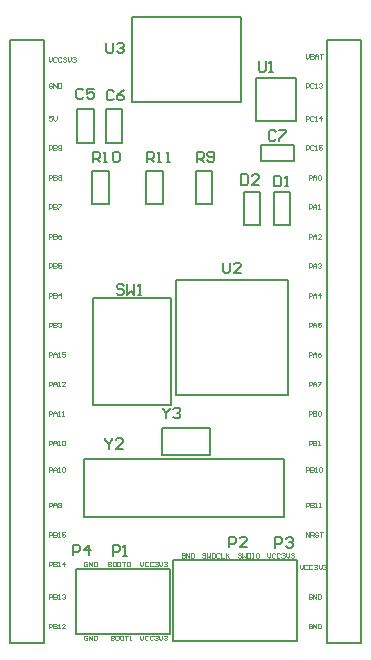
<source format=gto>
G04 Layer_Color=65535*
%FSLAX44Y44*%
%MOMM*%
G71*
G01*
G75*
%ADD25C,0.2000*%
%ADD26C,0.1600*%
%ADD27C,0.0800*%
D25*
X392540Y877120D02*
X562040D01*
Y926120D01*
X393790D02*
X562040D01*
X392540D02*
X393790D01*
X392540Y877120D02*
Y926120D01*
X432660Y1227970D02*
X525160D01*
X432660D02*
Y1300220D01*
X525160D01*
Y1227970D02*
Y1300220D01*
X469970Y1077650D02*
X565220D01*
X469970Y980150D02*
Y1077650D01*
Y980150D02*
X565220D01*
Y1077650D01*
X572260Y1211880D02*
Y1248130D01*
X538260D02*
X572260D01*
X538260Y1211880D02*
X572260D01*
X538260D02*
Y1248130D01*
X400230Y1061930D02*
X465980D01*
X400230Y971930D02*
Y1061930D01*
Y971930D02*
X465730D01*
X465980Y972180D01*
Y1061930D01*
X329720Y1281090D02*
X358470D01*
X329720Y770090D02*
X358470D01*
Y1281090D01*
X329720Y770090D02*
Y1281090D01*
X598400D02*
X627150D01*
X598400Y770090D02*
X627150D01*
Y1281090D01*
X598400Y770090D02*
Y1281090D01*
X572970Y771970D02*
Y840220D01*
X467470D02*
X572970D01*
X467470Y771970D02*
X572970D01*
X467470D02*
Y840220D01*
X464950Y777680D02*
Y832430D01*
X385700Y777680D02*
X464950D01*
X385700D02*
Y832430D01*
X464950D01*
X458292Y952572D02*
X499291D01*
Y929571D02*
Y952572D01*
X458292Y929571D02*
X499291D01*
X458292D02*
Y952572D01*
X399400Y1141700D02*
X413400D01*
X399400Y1169700D02*
X413400D01*
X399400Y1141700D02*
Y1169700D01*
X413400Y1141700D02*
Y1169700D01*
X445120Y1141700D02*
X459120D01*
X445120Y1169700D02*
X459120D01*
X445120Y1141700D02*
Y1169700D01*
X459120Y1141700D02*
Y1169700D01*
X487030Y1141700D02*
X501030D01*
X487030Y1169700D02*
X501030D01*
X487030Y1141700D02*
Y1169700D01*
X501030Y1141700D02*
Y1169700D01*
X410790Y1193930D02*
X424790D01*
X410790Y1221930D02*
X424790D01*
X410790Y1193930D02*
Y1221930D01*
X424790Y1193930D02*
Y1221930D01*
X541670Y1123920D02*
Y1151920D01*
X527670Y1123920D02*
Y1151920D01*
X541670D01*
X527670Y1123920D02*
X541670D01*
X386580Y1193930D02*
X400580D01*
X386580Y1221930D02*
X400580D01*
X386580Y1193930D02*
Y1221930D01*
X400580Y1193930D02*
Y1221930D01*
X542220Y1177990D02*
Y1191991D01*
X570220Y1177990D02*
Y1191991D01*
X542220D02*
X570220D01*
X542220Y1177990D02*
X570220D01*
X553070Y1123920D02*
X567070D01*
X553070Y1151920D02*
X567070D01*
X553070Y1123920D02*
Y1151920D01*
X567070Y1123920D02*
Y1151920D01*
D26*
X510020Y1092253D02*
Y1084755D01*
X511520Y1083256D01*
X514519D01*
X516018Y1084755D01*
Y1092253D01*
X525015Y1083256D02*
X519017D01*
X525015Y1089254D01*
Y1090754D01*
X523516Y1092253D01*
X520517D01*
X519017Y1090754D01*
X425994Y1072732D02*
X424495Y1074231D01*
X421496D01*
X419996Y1072732D01*
Y1071232D01*
X421496Y1069733D01*
X424495D01*
X425994Y1068233D01*
Y1066733D01*
X424495Y1065234D01*
X421496D01*
X419996Y1066733D01*
X428993Y1074231D02*
Y1065234D01*
X431992Y1068233D01*
X434991Y1065234D01*
Y1074231D01*
X437990Y1065234D02*
X440989D01*
X439490D01*
Y1074231D01*
X437990Y1072732D01*
X391744Y1238034D02*
X390244Y1239533D01*
X387245D01*
X385746Y1238034D01*
Y1232036D01*
X387245Y1230536D01*
X390244D01*
X391744Y1232036D01*
X400741Y1239533D02*
X394743D01*
Y1235034D01*
X397742Y1236534D01*
X399242D01*
X400741Y1235034D01*
Y1232036D01*
X399242Y1230536D01*
X396243D01*
X394743Y1232036D01*
X417438Y1237018D02*
X415938Y1238517D01*
X412939D01*
X411440Y1237018D01*
Y1231020D01*
X412939Y1229520D01*
X415938D01*
X417438Y1231020D01*
X426435Y1238517D02*
X423436Y1237018D01*
X420437Y1234018D01*
Y1231020D01*
X421937Y1229520D01*
X424936D01*
X426435Y1231020D01*
Y1232519D01*
X424936Y1234018D01*
X420437D01*
X554645Y1203109D02*
X553145Y1204608D01*
X550146D01*
X548647Y1203109D01*
Y1197111D01*
X550146Y1195611D01*
X553145D01*
X554645Y1197111D01*
X557644Y1204608D02*
X563642D01*
Y1203109D01*
X557644Y1197111D01*
Y1195611D01*
X553464Y1165763D02*
Y1156766D01*
X557963D01*
X559462Y1158266D01*
Y1164264D01*
X557963Y1165763D01*
X553464D01*
X562461Y1156766D02*
X565460D01*
X563961D01*
Y1165763D01*
X562461Y1164264D01*
X525446Y1167023D02*
Y1158026D01*
X529945D01*
X531444Y1159526D01*
Y1165524D01*
X529945Y1167023D01*
X525446D01*
X540441Y1158026D02*
X534443D01*
X540441Y1164024D01*
Y1165524D01*
X538942Y1167023D01*
X535943D01*
X534443Y1165524D01*
X416482Y844162D02*
Y853159D01*
X420980D01*
X422480Y851660D01*
Y848661D01*
X420980Y847161D01*
X416482D01*
X425479Y844162D02*
X428478D01*
X426978D01*
Y853159D01*
X425479Y851660D01*
X515154Y851328D02*
Y860325D01*
X519652D01*
X521152Y858826D01*
Y855826D01*
X519652Y854327D01*
X515154D01*
X530149Y851328D02*
X524151D01*
X530149Y857326D01*
Y858826D01*
X528650Y860325D01*
X525651D01*
X524151Y858826D01*
X383073Y844431D02*
Y853428D01*
X387571D01*
X389071Y851929D01*
Y848930D01*
X387571Y847430D01*
X383073D01*
X396569Y844431D02*
Y853428D01*
X392070Y848930D01*
X398068D01*
X554200Y850788D02*
Y859785D01*
X558699D01*
X560198Y858286D01*
Y855287D01*
X558699Y853787D01*
X554200D01*
X563197Y858286D02*
X564697Y859785D01*
X567696D01*
X569195Y858286D01*
Y856786D01*
X567696Y855287D01*
X566196D01*
X567696D01*
X569195Y853787D01*
Y852288D01*
X567696Y850788D01*
X564697D01*
X563197Y852288D01*
X487680Y1177290D02*
Y1186287D01*
X492178D01*
X493678Y1184788D01*
Y1181788D01*
X492178Y1180289D01*
X487680D01*
X490679D02*
X493678Y1177290D01*
X496677Y1178790D02*
X498177Y1177290D01*
X501176D01*
X502675Y1178790D01*
Y1184788D01*
X501176Y1186287D01*
X498177D01*
X496677Y1184788D01*
Y1183288D01*
X498177Y1181788D01*
X502675D01*
X400050Y1177290D02*
Y1186287D01*
X404548D01*
X406048Y1184788D01*
Y1181788D01*
X404548Y1180289D01*
X400050D01*
X403049D02*
X406048Y1177290D01*
X409047D02*
X412046D01*
X410547D01*
Y1186287D01*
X409047Y1184788D01*
X416545D02*
X418044Y1186287D01*
X421043D01*
X422543Y1184788D01*
Y1178790D01*
X421043Y1177290D01*
X418044D01*
X416545Y1178790D01*
Y1184788D01*
X445770Y1177290D02*
Y1186287D01*
X450269D01*
X451768Y1184788D01*
Y1181788D01*
X450269Y1180289D01*
X445770D01*
X448769D02*
X451768Y1177290D01*
X454767D02*
X457766D01*
X456267D01*
Y1186287D01*
X454767Y1184788D01*
X462265Y1177290D02*
X465264D01*
X463764D01*
Y1186287D01*
X462265Y1184788D01*
X540129Y1262758D02*
Y1255260D01*
X541628Y1253761D01*
X544627D01*
X546127Y1255260D01*
Y1262758D01*
X549126Y1253761D02*
X552125D01*
X550626D01*
Y1262758D01*
X549126Y1261258D01*
X411238Y1278581D02*
Y1271084D01*
X412738Y1269584D01*
X415737D01*
X417236Y1271084D01*
Y1278581D01*
X420235Y1277082D02*
X421735Y1278581D01*
X424734D01*
X426233Y1277082D01*
Y1275582D01*
X424734Y1274082D01*
X423234D01*
X424734D01*
X426233Y1272583D01*
Y1271084D01*
X424734Y1269584D01*
X421735D01*
X420235Y1271084D01*
X410184Y943517D02*
Y942018D01*
X413183Y939018D01*
X416182Y942018D01*
Y943517D01*
X413183Y939018D02*
Y934520D01*
X425179D02*
X419181D01*
X425179Y940518D01*
Y942018D01*
X423680Y943517D01*
X420681D01*
X419181Y942018D01*
X458978Y969371D02*
Y967872D01*
X461977Y964873D01*
X464976Y967872D01*
Y969371D01*
X461977Y964873D02*
Y960374D01*
X467975Y967872D02*
X469475Y969371D01*
X472474D01*
X473973Y967872D01*
Y966372D01*
X472474Y964873D01*
X470974D01*
X472474D01*
X473973Y963373D01*
Y961873D01*
X472474Y960374D01*
X469475D01*
X467975Y961873D01*
D27*
X580000Y1268999D02*
Y1266333D01*
X581333Y1265000D01*
X582666Y1266333D01*
Y1268999D01*
X583999D02*
Y1265000D01*
X585998D01*
X586665Y1265667D01*
Y1266333D01*
X585998Y1266999D01*
X583999D01*
X585998D01*
X586665Y1267666D01*
Y1268332D01*
X585998Y1268999D01*
X583999D01*
X587997Y1265000D02*
Y1267666D01*
X589330Y1268999D01*
X590663Y1267666D01*
Y1265000D01*
Y1266999D01*
X587997D01*
X591996Y1268999D02*
X594662D01*
X593329D01*
Y1265000D01*
X580000Y1240000D02*
Y1243999D01*
X581999D01*
X582666Y1243332D01*
Y1241999D01*
X581999Y1241333D01*
X580000D01*
X586664Y1243332D02*
X585998Y1243999D01*
X584665D01*
X583999Y1243332D01*
Y1240667D01*
X584665Y1240000D01*
X585998D01*
X586664Y1240667D01*
X587997Y1240000D02*
X589330D01*
X588664D01*
Y1243999D01*
X587997Y1243332D01*
X591330D02*
X591996Y1243999D01*
X593329D01*
X593995Y1243332D01*
Y1242666D01*
X593329Y1241999D01*
X592663D01*
X593329D01*
X593995Y1241333D01*
Y1240667D01*
X593329Y1240000D01*
X591996D01*
X591330Y1240667D01*
X580000Y1212500D02*
Y1216499D01*
X581999D01*
X582666Y1215832D01*
Y1214499D01*
X581999Y1213833D01*
X580000D01*
X586665Y1215832D02*
X585998Y1216499D01*
X584665D01*
X583999Y1215832D01*
Y1213167D01*
X584665Y1212500D01*
X585998D01*
X586665Y1213167D01*
X587997Y1212500D02*
X589330D01*
X588664D01*
Y1216499D01*
X587997Y1215832D01*
X593329Y1212500D02*
Y1216499D01*
X591330Y1214499D01*
X593995D01*
X580000Y1187500D02*
Y1191499D01*
X581999D01*
X582666Y1190832D01*
Y1189499D01*
X581999Y1188833D01*
X580000D01*
X586664Y1190832D02*
X585998Y1191499D01*
X584665D01*
X583999Y1190832D01*
Y1188167D01*
X584665Y1187500D01*
X585998D01*
X586664Y1188167D01*
X587997Y1187500D02*
X589330D01*
X588664D01*
Y1191499D01*
X587997Y1190832D01*
X593995Y1191499D02*
X591330D01*
Y1189499D01*
X592663Y1190166D01*
X593329D01*
X593995Y1189499D01*
Y1188167D01*
X593329Y1187500D01*
X591996D01*
X591330Y1188167D01*
X582500Y1162500D02*
Y1166499D01*
X584499D01*
X585166Y1165832D01*
Y1164499D01*
X584499Y1163833D01*
X582500D01*
X586499Y1162500D02*
Y1165166D01*
X587831Y1166499D01*
X589165Y1165166D01*
Y1162500D01*
Y1164499D01*
X586499D01*
X590497Y1165832D02*
X591164Y1166499D01*
X592497D01*
X593163Y1165832D01*
Y1163167D01*
X592497Y1162500D01*
X591164D01*
X590497Y1163167D01*
Y1165832D01*
X582500Y1137500D02*
Y1141499D01*
X584499D01*
X585166Y1140832D01*
Y1139499D01*
X584499Y1138833D01*
X582500D01*
X586499Y1137500D02*
Y1140166D01*
X587831Y1141499D01*
X589165Y1140166D01*
Y1137500D01*
Y1139499D01*
X586499D01*
X590497Y1137500D02*
X591830D01*
X591164D01*
Y1141499D01*
X590497Y1140832D01*
X582500Y1112500D02*
Y1116499D01*
X584499D01*
X585166Y1115832D01*
Y1114499D01*
X584499Y1113833D01*
X582500D01*
X586499Y1112500D02*
Y1115166D01*
X587831Y1116499D01*
X589165Y1115166D01*
Y1112500D01*
Y1114499D01*
X586499D01*
X593163Y1112500D02*
X590497D01*
X593163Y1115166D01*
Y1115832D01*
X592497Y1116499D01*
X591164D01*
X590497Y1115832D01*
X582500Y1087500D02*
Y1091499D01*
X584499D01*
X585166Y1090832D01*
Y1089499D01*
X584499Y1088833D01*
X582500D01*
X586499Y1087500D02*
Y1090166D01*
X587831Y1091499D01*
X589165Y1090166D01*
Y1087500D01*
Y1089499D01*
X586499D01*
X590497Y1090832D02*
X591164Y1091499D01*
X592497D01*
X593163Y1090832D01*
Y1090166D01*
X592497Y1089499D01*
X591830D01*
X592497D01*
X593163Y1088833D01*
Y1088167D01*
X592497Y1087500D01*
X591164D01*
X590497Y1088167D01*
X582500Y1062500D02*
Y1066499D01*
X584499D01*
X585166Y1065832D01*
Y1064499D01*
X584499Y1063833D01*
X582500D01*
X586499Y1062500D02*
Y1065166D01*
X587831Y1066499D01*
X589165Y1065166D01*
Y1062500D01*
Y1064499D01*
X586499D01*
X592497Y1062500D02*
Y1066499D01*
X590497Y1064499D01*
X593163D01*
X582500Y1037500D02*
Y1041499D01*
X584499D01*
X585166Y1040832D01*
Y1039499D01*
X584499Y1038833D01*
X582500D01*
X586499Y1037500D02*
Y1040166D01*
X587831Y1041499D01*
X589165Y1040166D01*
Y1037500D01*
Y1039499D01*
X586499D01*
X593163Y1041499D02*
X590497D01*
Y1039499D01*
X591830Y1040166D01*
X592497D01*
X593163Y1039499D01*
Y1038167D01*
X592497Y1037500D01*
X591164D01*
X590497Y1038167D01*
X582500Y1012500D02*
Y1016499D01*
X584499D01*
X585166Y1015832D01*
Y1014499D01*
X584499Y1013833D01*
X582500D01*
X586499Y1012500D02*
Y1015166D01*
X587831Y1016499D01*
X589165Y1015166D01*
Y1012500D01*
Y1014499D01*
X586499D01*
X593163Y1016499D02*
X591830Y1015832D01*
X590497Y1014499D01*
Y1013167D01*
X591164Y1012500D01*
X592497D01*
X593163Y1013167D01*
Y1013833D01*
X592497Y1014499D01*
X590497D01*
X582500Y987500D02*
Y991499D01*
X584499D01*
X585166Y990832D01*
Y989499D01*
X584499Y988833D01*
X582500D01*
X586499Y987500D02*
Y990166D01*
X587831Y991499D01*
X589165Y990166D01*
Y987500D01*
Y989499D01*
X586499D01*
X590497Y991499D02*
X593163D01*
Y990832D01*
X590497Y988167D01*
Y987500D01*
X582500Y962500D02*
Y966499D01*
X584499D01*
X585166Y965832D01*
Y964499D01*
X584499Y963833D01*
X582500D01*
X586499Y966499D02*
Y962500D01*
X588498D01*
X589165Y963167D01*
Y963833D01*
X588498Y964499D01*
X586499D01*
X588498D01*
X589165Y965166D01*
Y965832D01*
X588498Y966499D01*
X586499D01*
X590497Y965832D02*
X591164Y966499D01*
X592497D01*
X593163Y965832D01*
Y963167D01*
X592497Y962500D01*
X591164D01*
X590497Y963167D01*
Y965832D01*
X582500Y937500D02*
Y941499D01*
X584499D01*
X585166Y940832D01*
Y939499D01*
X584499Y938833D01*
X582500D01*
X586499Y941499D02*
Y937500D01*
X588498D01*
X589165Y938167D01*
Y938833D01*
X588498Y939499D01*
X586499D01*
X588498D01*
X589165Y940166D01*
Y940832D01*
X588498Y941499D01*
X586499D01*
X590497Y937500D02*
X591830D01*
X591164D01*
Y941499D01*
X590497Y940832D01*
X580000Y915000D02*
Y918999D01*
X581999D01*
X582666Y918332D01*
Y916999D01*
X581999Y916333D01*
X580000D01*
X583999Y918999D02*
Y915000D01*
X585998D01*
X586665Y915667D01*
Y916333D01*
X585998Y916999D01*
X583999D01*
X585998D01*
X586665Y917666D01*
Y918332D01*
X585998Y918999D01*
X583999D01*
X587997Y915000D02*
X589330D01*
X588664D01*
Y918999D01*
X587997Y918332D01*
X591330D02*
X591996Y918999D01*
X593329D01*
X593995Y918332D01*
Y915667D01*
X593329Y915000D01*
X591996D01*
X591330Y915667D01*
Y918332D01*
X580000Y885000D02*
Y888999D01*
X581999D01*
X582666Y888332D01*
Y886999D01*
X581999Y886333D01*
X580000D01*
X583999Y888999D02*
Y885000D01*
X585998D01*
X586665Y885667D01*
Y886333D01*
X585998Y886999D01*
X583999D01*
X585998D01*
X586665Y887666D01*
Y888332D01*
X585998Y888999D01*
X583999D01*
X587997Y885000D02*
X589330D01*
X588664D01*
Y888999D01*
X587997Y888332D01*
X591330Y885000D02*
X592663D01*
X591996D01*
Y888999D01*
X591330Y888332D01*
X580000Y860000D02*
Y863999D01*
X582666Y860000D01*
Y863999D01*
X583999Y860000D02*
Y863999D01*
X585998D01*
X586664Y863332D01*
Y861999D01*
X585998Y861333D01*
X583999D01*
X585331D02*
X586664Y860000D01*
X590663Y863332D02*
X589997Y863999D01*
X588664D01*
X587997Y863332D01*
Y862666D01*
X588664Y861999D01*
X589997D01*
X590663Y861333D01*
Y860667D01*
X589997Y860000D01*
X588664D01*
X587997Y860667D01*
X591996Y863999D02*
X594662D01*
X593329D01*
Y860000D01*
X575000Y836499D02*
Y833833D01*
X576333Y832500D01*
X577666Y833833D01*
Y836499D01*
X581664Y835832D02*
X580998Y836499D01*
X579665D01*
X578999Y835832D01*
Y833167D01*
X579665Y832500D01*
X580998D01*
X581664Y833167D01*
X585663Y835832D02*
X584997Y836499D01*
X583664D01*
X582997Y835832D01*
Y833167D01*
X583664Y832500D01*
X584997D01*
X585663Y833167D01*
X586996Y835832D02*
X587663Y836499D01*
X588995D01*
X589662Y835832D01*
Y835166D01*
X588995Y834499D01*
X588329D01*
X588995D01*
X589662Y833833D01*
Y833167D01*
X588995Y832500D01*
X587663D01*
X586996Y833167D01*
X590995Y836499D02*
Y833833D01*
X592328Y832500D01*
X593661Y833833D01*
Y836499D01*
X594993Y835832D02*
X595660Y836499D01*
X596993D01*
X597659Y835832D01*
Y835166D01*
X596993Y834499D01*
X596326D01*
X596993D01*
X597659Y833833D01*
Y833167D01*
X596993Y832500D01*
X595660D01*
X594993Y833167D01*
X585166Y810832D02*
X584499Y811499D01*
X583166D01*
X582500Y810832D01*
Y808167D01*
X583166Y807500D01*
X584499D01*
X585166Y808167D01*
Y809499D01*
X583833D01*
X586499Y807500D02*
Y811499D01*
X589165Y807500D01*
Y811499D01*
X590497D02*
Y807500D01*
X592497D01*
X593163Y808167D01*
Y810832D01*
X592497Y811499D01*
X590497D01*
X585166Y785832D02*
X584499Y786499D01*
X583166D01*
X582500Y785832D01*
Y783167D01*
X583166Y782500D01*
X584499D01*
X585166Y783167D01*
Y784499D01*
X583833D01*
X586499Y782500D02*
Y786499D01*
X589165Y782500D01*
Y786499D01*
X590497D02*
Y782500D01*
X592497D01*
X593163Y783167D01*
Y785832D01*
X592497Y786499D01*
X590497D01*
X547500Y846499D02*
Y843833D01*
X548833Y842500D01*
X550166Y843833D01*
Y846499D01*
X554165Y845832D02*
X553498Y846499D01*
X552165D01*
X551499Y845832D01*
Y843167D01*
X552165Y842500D01*
X553498D01*
X554165Y843167D01*
X558163Y845832D02*
X557497Y846499D01*
X556164D01*
X555497Y845832D01*
Y843167D01*
X556164Y842500D01*
X557497D01*
X558163Y843167D01*
X559496Y845832D02*
X560163Y846499D01*
X561495D01*
X562162Y845832D01*
Y845166D01*
X561495Y844499D01*
X560829D01*
X561495D01*
X562162Y843833D01*
Y843167D01*
X561495Y842500D01*
X560163D01*
X559496Y843167D01*
X563495Y846499D02*
Y843833D01*
X564828Y842500D01*
X566161Y843833D01*
Y846499D01*
X567494Y845832D02*
X568160Y846499D01*
X569493D01*
X570159Y845832D01*
Y845166D01*
X569493Y844499D01*
X568826D01*
X569493D01*
X570159Y843833D01*
Y843167D01*
X569493Y842500D01*
X568160D01*
X567494Y843167D01*
X525166Y845832D02*
X524499Y846499D01*
X523166D01*
X522500Y845832D01*
Y845166D01*
X523166Y844499D01*
X524499D01*
X525166Y843833D01*
Y843167D01*
X524499Y842500D01*
X523166D01*
X522500Y843167D01*
X526499Y846499D02*
Y842500D01*
X527832Y843833D01*
X529165Y842500D01*
Y846499D01*
X530497D02*
Y842500D01*
X532497D01*
X533163Y843167D01*
Y845832D01*
X532497Y846499D01*
X530497D01*
X534496D02*
X535829D01*
X535163D01*
Y842500D01*
X534496D01*
X535829D01*
X539828Y846499D02*
X538495D01*
X537828Y845832D01*
Y843167D01*
X538495Y842500D01*
X539828D01*
X540494Y843167D01*
Y845832D01*
X539828Y846499D01*
X495166Y845832D02*
X494499Y846499D01*
X493166D01*
X492500Y845832D01*
Y845166D01*
X493166Y844499D01*
X494499D01*
X495166Y843833D01*
Y843167D01*
X494499Y842500D01*
X493166D01*
X492500Y843167D01*
X496499Y846499D02*
Y842500D01*
X497832Y843833D01*
X499165Y842500D01*
Y846499D01*
X500497D02*
Y842500D01*
X502497D01*
X503163Y843167D01*
Y845832D01*
X502497Y846499D01*
X500497D01*
X507162Y845832D02*
X506495Y846499D01*
X505163D01*
X504496Y845832D01*
Y843167D01*
X505163Y842500D01*
X506495D01*
X507162Y843167D01*
X508495Y846499D02*
Y842500D01*
X511161D01*
X512494Y846499D02*
Y842500D01*
Y843833D01*
X515159Y846499D01*
X513160Y844499D01*
X515159Y842500D01*
X477666Y845832D02*
X476999Y846499D01*
X475666D01*
X475000Y845832D01*
Y843167D01*
X475666Y842500D01*
X476999D01*
X477666Y843167D01*
Y844499D01*
X476333D01*
X478999Y842500D02*
Y846499D01*
X481665Y842500D01*
Y846499D01*
X482997D02*
Y842500D01*
X484997D01*
X485663Y843167D01*
Y845832D01*
X484997Y846499D01*
X482997D01*
X440000Y776499D02*
Y773833D01*
X441333Y772500D01*
X442666Y773833D01*
Y776499D01*
X446665Y775832D02*
X445998Y776499D01*
X444665D01*
X443999Y775832D01*
Y773167D01*
X444665Y772500D01*
X445998D01*
X446665Y773167D01*
X450663Y775832D02*
X449997Y776499D01*
X448664D01*
X447997Y775832D01*
Y773167D01*
X448664Y772500D01*
X449997D01*
X450663Y773167D01*
X451996Y775832D02*
X452663Y776499D01*
X453995D01*
X454662Y775832D01*
Y775166D01*
X453995Y774499D01*
X453329D01*
X453995D01*
X454662Y773833D01*
Y773167D01*
X453995Y772500D01*
X452663D01*
X451996Y773167D01*
X455995Y776499D02*
Y773833D01*
X457328Y772500D01*
X458661Y773833D01*
Y776499D01*
X459993Y775832D02*
X460660Y776499D01*
X461993D01*
X462659Y775832D01*
Y775166D01*
X461993Y774499D01*
X461326D01*
X461993D01*
X462659Y773833D01*
Y773167D01*
X461993Y772500D01*
X460660D01*
X459993Y773167D01*
X415000Y776499D02*
Y772500D01*
X416999D01*
X417666Y773167D01*
Y773833D01*
X416999Y774499D01*
X415000D01*
X416999D01*
X417666Y775166D01*
Y775832D01*
X416999Y776499D01*
X415000D01*
X420998D02*
X419665D01*
X418999Y775832D01*
Y773167D01*
X419665Y772500D01*
X420998D01*
X421665Y773167D01*
Y775832D01*
X420998Y776499D01*
X424997D02*
X423664D01*
X422997Y775832D01*
Y773167D01*
X423664Y772500D01*
X424997D01*
X425663Y773167D01*
Y775832D01*
X424997Y776499D01*
X426996D02*
X429662D01*
X428329D01*
Y772500D01*
X430995D02*
X432328D01*
X431661D01*
Y776499D01*
X430995Y775832D01*
X395166D02*
X394499Y776499D01*
X393166D01*
X392500Y775832D01*
Y773167D01*
X393166Y772500D01*
X394499D01*
X395166Y773167D01*
Y774499D01*
X393833D01*
X396499Y772500D02*
Y776499D01*
X399165Y772500D01*
Y776499D01*
X400497D02*
Y772500D01*
X402497D01*
X403163Y773167D01*
Y775832D01*
X402497Y776499D01*
X400497D01*
X440000Y838999D02*
Y836333D01*
X441333Y835000D01*
X442666Y836333D01*
Y838999D01*
X446665Y838332D02*
X445998Y838999D01*
X444665D01*
X443999Y838332D01*
Y835667D01*
X444665Y835000D01*
X445998D01*
X446665Y835667D01*
X450663Y838332D02*
X449997Y838999D01*
X448664D01*
X447997Y838332D01*
Y835667D01*
X448664Y835000D01*
X449997D01*
X450663Y835667D01*
X451996Y838332D02*
X452663Y838999D01*
X453995D01*
X454662Y838332D01*
Y837666D01*
X453995Y836999D01*
X453329D01*
X453995D01*
X454662Y836333D01*
Y835667D01*
X453995Y835000D01*
X452663D01*
X451996Y835667D01*
X455995Y838999D02*
Y836333D01*
X457328Y835000D01*
X458661Y836333D01*
Y838999D01*
X459994Y838332D02*
X460660Y838999D01*
X461993D01*
X462659Y838332D01*
Y837666D01*
X461993Y836999D01*
X461326D01*
X461993D01*
X462659Y836333D01*
Y835667D01*
X461993Y835000D01*
X460660D01*
X459994Y835667D01*
X412500Y838999D02*
Y835000D01*
X414499D01*
X415166Y835667D01*
Y836333D01*
X414499Y836999D01*
X412500D01*
X414499D01*
X415166Y837666D01*
Y838332D01*
X414499Y838999D01*
X412500D01*
X418498D02*
X417165D01*
X416499Y838332D01*
Y835667D01*
X417165Y835000D01*
X418498D01*
X419165Y835667D01*
Y838332D01*
X418498Y838999D01*
X422497D02*
X421164D01*
X420497Y838332D01*
Y835667D01*
X421164Y835000D01*
X422497D01*
X423163Y835667D01*
Y838332D01*
X422497Y838999D01*
X424496D02*
X427162D01*
X425829D01*
Y835000D01*
X428495Y838332D02*
X429161Y838999D01*
X430494D01*
X431161Y838332D01*
Y835667D01*
X430494Y835000D01*
X429161D01*
X428495Y835667D01*
Y838332D01*
X395166D02*
X394499Y838999D01*
X393166D01*
X392500Y838332D01*
Y835667D01*
X393166Y835000D01*
X394499D01*
X395166Y835667D01*
Y836999D01*
X393833D01*
X396499Y835000D02*
Y838999D01*
X399165Y835000D01*
Y838999D01*
X400497D02*
Y835000D01*
X402497D01*
X403163Y835667D01*
Y838332D01*
X402497Y838999D01*
X400497D01*
X362500Y782500D02*
Y786499D01*
X364499D01*
X365166Y785832D01*
Y784499D01*
X364499Y783833D01*
X362500D01*
X366499Y786499D02*
Y782500D01*
X368498D01*
X369165Y783167D01*
Y783833D01*
X368498Y784499D01*
X366499D01*
X368498D01*
X369165Y785166D01*
Y785832D01*
X368498Y786499D01*
X366499D01*
X370497Y782500D02*
X371830D01*
X371164D01*
Y786499D01*
X370497Y785832D01*
X376495Y782500D02*
X373830D01*
X376495Y785166D01*
Y785832D01*
X375829Y786499D01*
X374496D01*
X373830Y785832D01*
X362500Y807500D02*
Y811499D01*
X364499D01*
X365166Y810832D01*
Y809499D01*
X364499Y808833D01*
X362500D01*
X366499Y811499D02*
Y807500D01*
X368498D01*
X369165Y808167D01*
Y808833D01*
X368498Y809499D01*
X366499D01*
X368498D01*
X369165Y810166D01*
Y810832D01*
X368498Y811499D01*
X366499D01*
X370497Y807500D02*
X371830D01*
X371164D01*
Y811499D01*
X370497Y810832D01*
X373830D02*
X374496Y811499D01*
X375829D01*
X376495Y810832D01*
Y810166D01*
X375829Y809499D01*
X375163D01*
X375829D01*
X376495Y808833D01*
Y808167D01*
X375829Y807500D01*
X374496D01*
X373830Y808167D01*
X362500Y835000D02*
Y838999D01*
X364499D01*
X365166Y838332D01*
Y836999D01*
X364499Y836333D01*
X362500D01*
X366499Y838999D02*
Y835000D01*
X368498D01*
X369165Y835667D01*
Y836333D01*
X368498Y836999D01*
X366499D01*
X368498D01*
X369165Y837666D01*
Y838332D01*
X368498Y838999D01*
X366499D01*
X370497Y835000D02*
X371830D01*
X371164D01*
Y838999D01*
X370497Y838332D01*
X375829Y835000D02*
Y838999D01*
X373830Y836999D01*
X376495D01*
X362500Y860000D02*
Y863999D01*
X364499D01*
X365166Y863332D01*
Y861999D01*
X364499Y861333D01*
X362500D01*
X366499Y863999D02*
Y860000D01*
X368498D01*
X369165Y860667D01*
Y861333D01*
X368498Y861999D01*
X366499D01*
X368498D01*
X369165Y862666D01*
Y863332D01*
X368498Y863999D01*
X366499D01*
X370497Y860000D02*
X371830D01*
X371164D01*
Y863999D01*
X370497Y863332D01*
X376495Y863999D02*
X373830D01*
Y861999D01*
X375163Y862666D01*
X375829D01*
X376495Y861999D01*
Y860667D01*
X375829Y860000D01*
X374496D01*
X373830Y860667D01*
X362500Y885000D02*
Y888999D01*
X364499D01*
X365166Y888332D01*
Y886999D01*
X364499Y886333D01*
X362500D01*
X366499Y885000D02*
Y887666D01*
X367831Y888999D01*
X369165Y887666D01*
Y885000D01*
Y886999D01*
X366499D01*
X370497Y888332D02*
X371164Y888999D01*
X372497D01*
X373163Y888332D01*
Y887666D01*
X372497Y886999D01*
X373163Y886333D01*
Y885667D01*
X372497Y885000D01*
X371164D01*
X370497Y885667D01*
Y886333D01*
X371164Y886999D01*
X370497Y887666D01*
Y888332D01*
X371164Y886999D02*
X372497D01*
X362500Y915000D02*
Y918999D01*
X364499D01*
X365166Y918332D01*
Y916999D01*
X364499Y916333D01*
X362500D01*
X366499Y915000D02*
Y917666D01*
X367831Y918999D01*
X369165Y917666D01*
Y915000D01*
Y916999D01*
X366499D01*
X370497Y915000D02*
X371830D01*
X371164D01*
Y918999D01*
X370497Y918332D01*
X373830D02*
X374496Y918999D01*
X375829D01*
X376495Y918332D01*
Y915667D01*
X375829Y915000D01*
X374496D01*
X373830Y915667D01*
Y918332D01*
X362500Y937500D02*
Y941499D01*
X364499D01*
X365166Y940832D01*
Y939499D01*
X364499Y938833D01*
X362500D01*
X366499Y937500D02*
Y940166D01*
X367831Y941499D01*
X369165Y940166D01*
Y937500D01*
Y939499D01*
X366499D01*
X370497Y937500D02*
X371830D01*
X371164D01*
Y941499D01*
X370497Y940832D01*
X373830D02*
X374496Y941499D01*
X375829D01*
X376495Y940832D01*
Y938167D01*
X375829Y937500D01*
X374496D01*
X373830Y938167D01*
Y940832D01*
X362500Y962500D02*
Y966499D01*
X364499D01*
X365166Y965832D01*
Y964499D01*
X364499Y963833D01*
X362500D01*
X366499Y962500D02*
Y965166D01*
X367831Y966499D01*
X369165Y965166D01*
Y962500D01*
Y964499D01*
X366499D01*
X370497Y962500D02*
X371830D01*
X371164D01*
Y966499D01*
X370497Y965832D01*
X373830Y962500D02*
X375163D01*
X374496D01*
Y966499D01*
X373830Y965832D01*
X362500Y987500D02*
Y991499D01*
X364499D01*
X365166Y990832D01*
Y989499D01*
X364499Y988833D01*
X362500D01*
X366499Y987500D02*
Y990166D01*
X367831Y991499D01*
X369165Y990166D01*
Y987500D01*
Y989499D01*
X366499D01*
X370497Y987500D02*
X371830D01*
X371164D01*
Y991499D01*
X370497Y990832D01*
X376495Y987500D02*
X373830D01*
X376495Y990166D01*
Y990832D01*
X375829Y991499D01*
X374496D01*
X373830Y990832D01*
X362500Y1012500D02*
Y1016499D01*
X364499D01*
X365166Y1015832D01*
Y1014499D01*
X364499Y1013833D01*
X362500D01*
X366499Y1012500D02*
Y1015166D01*
X367831Y1016499D01*
X369165Y1015166D01*
Y1012500D01*
Y1014499D01*
X366499D01*
X370497Y1012500D02*
X371830D01*
X371164D01*
Y1016499D01*
X370497Y1015832D01*
X376495Y1016499D02*
X373830D01*
Y1014499D01*
X375163Y1015166D01*
X375829D01*
X376495Y1014499D01*
Y1013167D01*
X375829Y1012500D01*
X374496D01*
X373830Y1013167D01*
X362500Y1037500D02*
Y1041499D01*
X364499D01*
X365166Y1040832D01*
Y1039499D01*
X364499Y1038833D01*
X362500D01*
X366499Y1041499D02*
Y1037500D01*
X368498D01*
X369165Y1038167D01*
Y1038833D01*
X368498Y1039499D01*
X366499D01*
X368498D01*
X369165Y1040166D01*
Y1040832D01*
X368498Y1041499D01*
X366499D01*
X370497Y1040832D02*
X371164Y1041499D01*
X372497D01*
X373163Y1040832D01*
Y1040166D01*
X372497Y1039499D01*
X371830D01*
X372497D01*
X373163Y1038833D01*
Y1038167D01*
X372497Y1037500D01*
X371164D01*
X370497Y1038167D01*
X362500Y1062500D02*
Y1066499D01*
X364499D01*
X365166Y1065832D01*
Y1064499D01*
X364499Y1063833D01*
X362500D01*
X366499Y1066499D02*
Y1062500D01*
X368498D01*
X369165Y1063167D01*
Y1063833D01*
X368498Y1064499D01*
X366499D01*
X368498D01*
X369165Y1065166D01*
Y1065832D01*
X368498Y1066499D01*
X366499D01*
X372497Y1062500D02*
Y1066499D01*
X370497Y1064499D01*
X373163D01*
X362500Y1087500D02*
Y1091499D01*
X364499D01*
X365166Y1090832D01*
Y1089499D01*
X364499Y1088833D01*
X362500D01*
X366499Y1091499D02*
Y1087500D01*
X368498D01*
X369165Y1088167D01*
Y1088833D01*
X368498Y1089499D01*
X366499D01*
X368498D01*
X369165Y1090166D01*
Y1090832D01*
X368498Y1091499D01*
X366499D01*
X373163D02*
X370497D01*
Y1089499D01*
X371830Y1090166D01*
X372497D01*
X373163Y1089499D01*
Y1088167D01*
X372497Y1087500D01*
X371164D01*
X370497Y1088167D01*
X362500Y1112500D02*
Y1116499D01*
X364499D01*
X365166Y1115832D01*
Y1114499D01*
X364499Y1113833D01*
X362500D01*
X366499Y1116499D02*
Y1112500D01*
X368498D01*
X369165Y1113167D01*
Y1113833D01*
X368498Y1114499D01*
X366499D01*
X368498D01*
X369165Y1115166D01*
Y1115832D01*
X368498Y1116499D01*
X366499D01*
X373163D02*
X371830Y1115832D01*
X370497Y1114499D01*
Y1113167D01*
X371164Y1112500D01*
X372497D01*
X373163Y1113167D01*
Y1113833D01*
X372497Y1114499D01*
X370497D01*
X362500Y1137500D02*
Y1141499D01*
X364499D01*
X365166Y1140832D01*
Y1139499D01*
X364499Y1138833D01*
X362500D01*
X366499Y1141499D02*
Y1137500D01*
X368498D01*
X369165Y1138167D01*
Y1138833D01*
X368498Y1139499D01*
X366499D01*
X368498D01*
X369165Y1140166D01*
Y1140832D01*
X368498Y1141499D01*
X366499D01*
X370497D02*
X373163D01*
Y1140832D01*
X370497Y1138167D01*
Y1137500D01*
X362500Y1162500D02*
Y1166499D01*
X364499D01*
X365166Y1165832D01*
Y1164499D01*
X364499Y1163833D01*
X362500D01*
X366499Y1166499D02*
Y1162500D01*
X368498D01*
X369165Y1163167D01*
Y1163833D01*
X368498Y1164499D01*
X366499D01*
X368498D01*
X369165Y1165166D01*
Y1165832D01*
X368498Y1166499D01*
X366499D01*
X370497Y1165832D02*
X371164Y1166499D01*
X372497D01*
X373163Y1165832D01*
Y1165166D01*
X372497Y1164499D01*
X373163Y1163833D01*
Y1163167D01*
X372497Y1162500D01*
X371164D01*
X370497Y1163167D01*
Y1163833D01*
X371164Y1164499D01*
X370497Y1165166D01*
Y1165832D01*
X371164Y1164499D02*
X372497D01*
X362500Y1187500D02*
Y1191499D01*
X364499D01*
X365166Y1190832D01*
Y1189499D01*
X364499Y1188833D01*
X362500D01*
X366499Y1191499D02*
Y1187500D01*
X368498D01*
X369165Y1188167D01*
Y1188833D01*
X368498Y1189499D01*
X366499D01*
X368498D01*
X369165Y1190166D01*
Y1190832D01*
X368498Y1191499D01*
X366499D01*
X370497Y1188167D02*
X371164Y1187500D01*
X372497D01*
X373163Y1188167D01*
Y1190832D01*
X372497Y1191499D01*
X371164D01*
X370497Y1190832D01*
Y1190166D01*
X371164Y1189499D01*
X373163D01*
X365166Y1216499D02*
X362500D01*
Y1214499D01*
X363833Y1215166D01*
X364499D01*
X365166Y1214499D01*
Y1213167D01*
X364499Y1212500D01*
X363166D01*
X362500Y1213167D01*
X366499Y1216499D02*
Y1213833D01*
X367831Y1212500D01*
X369165Y1213833D01*
Y1216499D01*
X365166Y1243332D02*
X364499Y1243999D01*
X363166D01*
X362500Y1243332D01*
Y1240667D01*
X363166Y1240000D01*
X364499D01*
X365166Y1240667D01*
Y1241999D01*
X363833D01*
X366499Y1240000D02*
Y1243999D01*
X369165Y1240000D01*
Y1243999D01*
X370497D02*
Y1240000D01*
X372497D01*
X373163Y1240667D01*
Y1243332D01*
X372497Y1243999D01*
X370497D01*
X362500Y1266499D02*
Y1263833D01*
X363833Y1262500D01*
X365166Y1263833D01*
Y1266499D01*
X369165Y1265832D02*
X368498Y1266499D01*
X367165D01*
X366499Y1265832D01*
Y1263167D01*
X367165Y1262500D01*
X368498D01*
X369165Y1263167D01*
X373163Y1265832D02*
X372497Y1266499D01*
X371164D01*
X370497Y1265832D01*
Y1263167D01*
X371164Y1262500D01*
X372497D01*
X373163Y1263167D01*
X374496Y1265832D02*
X375163Y1266499D01*
X376495D01*
X377162Y1265832D01*
Y1265166D01*
X376495Y1264499D01*
X375829D01*
X376495D01*
X377162Y1263833D01*
Y1263167D01*
X376495Y1262500D01*
X375163D01*
X374496Y1263167D01*
X378495Y1266499D02*
Y1263833D01*
X379828Y1262500D01*
X381161Y1263833D01*
Y1266499D01*
X382493Y1265832D02*
X383160Y1266499D01*
X384493D01*
X385159Y1265832D01*
Y1265166D01*
X384493Y1264499D01*
X383826D01*
X384493D01*
X385159Y1263833D01*
Y1263167D01*
X384493Y1262500D01*
X383160D01*
X382493Y1263167D01*
M02*

</source>
